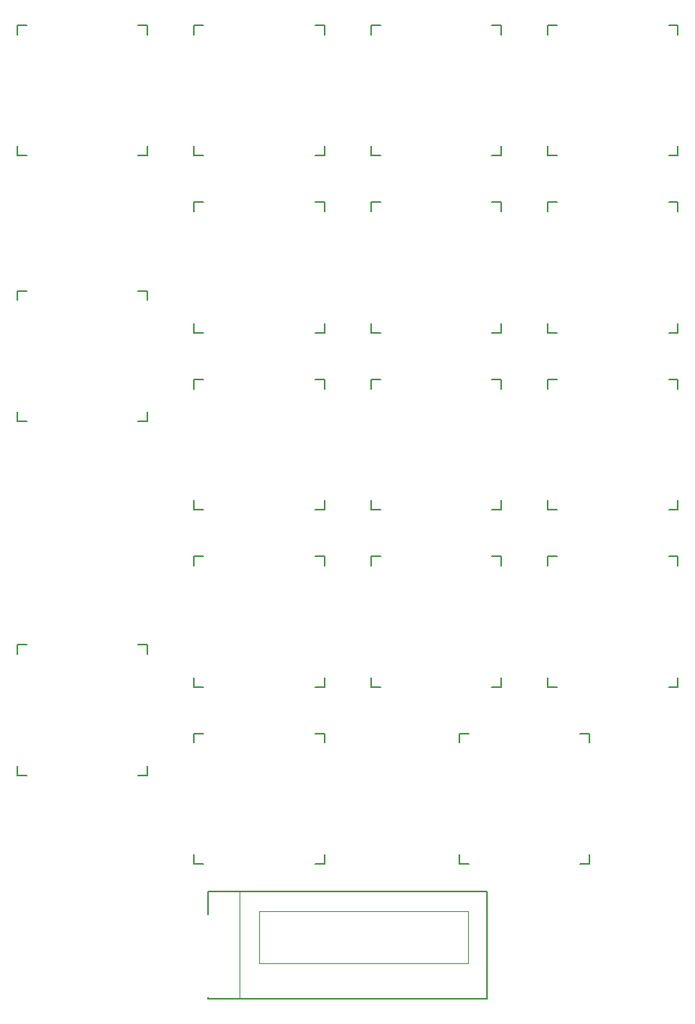
<source format=gbo>
%TF.GenerationSoftware,KiCad,Pcbnew,7.0.7-7.0.7~ubuntu20.04.1*%
%TF.CreationDate,2023-09-01T21:13:09-07:00*%
%TF.ProjectId,v2_controller,76325f63-6f6e-4747-926f-6c6c65722e6b,rev?*%
%TF.SameCoordinates,Original*%
%TF.FileFunction,Legend,Bot*%
%TF.FilePolarity,Positive*%
%FSLAX46Y46*%
G04 Gerber Fmt 4.6, Leading zero omitted, Abs format (unit mm)*
G04 Created by KiCad (PCBNEW 7.0.7-7.0.7~ubuntu20.04.1) date 2023-09-01 21:13:09*
%MOMM*%
%LPD*%
G01*
G04 APERTURE LIST*
G04 Aperture macros list*
%AMRoundRect*
0 Rectangle with rounded corners*
0 $1 Rounding radius*
0 $2 $3 $4 $5 $6 $7 $8 $9 X,Y pos of 4 corners*
0 Add a 4 corners polygon primitive as box body*
4,1,4,$2,$3,$4,$5,$6,$7,$8,$9,$2,$3,0*
0 Add four circle primitives for the rounded corners*
1,1,$1+$1,$2,$3*
1,1,$1+$1,$4,$5*
1,1,$1+$1,$6,$7*
1,1,$1+$1,$8,$9*
0 Add four rect primitives between the rounded corners*
20,1,$1+$1,$2,$3,$4,$5,0*
20,1,$1+$1,$4,$5,$6,$7,0*
20,1,$1+$1,$6,$7,$8,$9,0*
20,1,$1+$1,$8,$9,$2,$3,0*%
G04 Aperture macros list end*
%ADD10C,0.150000*%
%ADD11C,0.100000*%
%ADD12C,3.000000*%
%ADD13C,3.987800*%
%ADD14C,0.700000*%
%ADD15O,1.400000X0.900000*%
%ADD16O,0.900000X1.400000*%
%ADD17RoundRect,0.250000X0.600000X0.600000X-0.600000X0.600000X-0.600000X-0.600000X0.600000X-0.600000X0*%
%ADD18C,1.700000*%
%ADD19RoundRect,0.250000X-0.600000X-0.600000X0.600000X-0.600000X0.600000X0.600000X-0.600000X0.600000X0*%
%ADD20C,0.800000*%
%ADD21C,5.400000*%
%ADD22R,1.700000X1.700000*%
%ADD23O,1.700000X1.700000*%
%ADD24O,4.000000X0.320000*%
G04 APERTURE END LIST*
D10*
%TO.C,SW10*%
X111500000Y-60000000D02*
X111500000Y-61000000D01*
X111500000Y-60000000D02*
X112500000Y-60000000D01*
X111500000Y-73000000D02*
X111500000Y-74000000D01*
X112500000Y-74000000D02*
X111500000Y-74000000D01*
X124500000Y-60000000D02*
X125500000Y-60000000D01*
X125500000Y-61000000D02*
X125500000Y-60000000D01*
X125500000Y-74000000D02*
X124500000Y-74000000D01*
X125500000Y-74000000D02*
X125500000Y-73000000D01*
%TO.C,SW17*%
X54500000Y-41000000D02*
X54500000Y-42000000D01*
X54500000Y-41000000D02*
X55500000Y-41000000D01*
X54500000Y-54000000D02*
X54500000Y-55000000D01*
X55500000Y-55000000D02*
X54500000Y-55000000D01*
X67500000Y-41000000D02*
X68500000Y-41000000D01*
X68500000Y-42000000D02*
X68500000Y-41000000D01*
X68500000Y-55000000D02*
X67500000Y-55000000D01*
X68500000Y-55000000D02*
X68500000Y-54000000D01*
%TO.C,SW14*%
X111500000Y-41000000D02*
X111500000Y-42000000D01*
X111500000Y-41000000D02*
X112500000Y-41000000D01*
X111500000Y-54000000D02*
X111500000Y-55000000D01*
X112500000Y-55000000D02*
X111500000Y-55000000D01*
X124500000Y-41000000D02*
X125500000Y-41000000D01*
X125500000Y-42000000D02*
X125500000Y-41000000D01*
X125500000Y-55000000D02*
X124500000Y-55000000D01*
X125500000Y-55000000D02*
X125500000Y-54000000D01*
%TO.C,SW7*%
X111500000Y-79000000D02*
X111500000Y-80000000D01*
X111500000Y-79000000D02*
X112500000Y-79000000D01*
X111500000Y-92000000D02*
X111500000Y-93000000D01*
X112500000Y-93000000D02*
X111500000Y-93000000D01*
X124500000Y-79000000D02*
X125500000Y-79000000D01*
X125500000Y-80000000D02*
X125500000Y-79000000D01*
X125500000Y-93000000D02*
X124500000Y-93000000D01*
X125500000Y-93000000D02*
X125500000Y-92000000D01*
%TO.C,SW15*%
X92500000Y-41000000D02*
X92500000Y-42000000D01*
X92500000Y-41000000D02*
X93500000Y-41000000D01*
X92500000Y-54000000D02*
X92500000Y-55000000D01*
X93500000Y-55000000D02*
X92500000Y-55000000D01*
X105500000Y-41000000D02*
X106500000Y-41000000D01*
X106500000Y-42000000D02*
X106500000Y-41000000D01*
X106500000Y-55000000D02*
X105500000Y-55000000D01*
X106500000Y-55000000D02*
X106500000Y-54000000D01*
%TO.C,SW13*%
X54500000Y-69500000D02*
X54500000Y-70500000D01*
X54500000Y-69500000D02*
X55500000Y-69500000D01*
X54500000Y-82500000D02*
X54500000Y-83500000D01*
X55500000Y-83500000D02*
X54500000Y-83500000D01*
X67500000Y-69500000D02*
X68500000Y-69500000D01*
X68500000Y-70500000D02*
X68500000Y-69500000D01*
X68500000Y-83500000D02*
X67500000Y-83500000D01*
X68500000Y-83500000D02*
X68500000Y-82500000D01*
%TO.C,SW1*%
X102000000Y-117000000D02*
X102000000Y-118000000D01*
X102000000Y-117000000D02*
X103000000Y-117000000D01*
X102000000Y-130000000D02*
X102000000Y-131000000D01*
X103000000Y-131000000D02*
X102000000Y-131000000D01*
X115000000Y-117000000D02*
X116000000Y-117000000D01*
X116000000Y-118000000D02*
X116000000Y-117000000D01*
X116000000Y-131000000D02*
X115000000Y-131000000D01*
X116000000Y-131000000D02*
X116000000Y-130000000D01*
%TO.C,SW4*%
X92500000Y-98000000D02*
X92500000Y-99000000D01*
X92500000Y-98000000D02*
X93500000Y-98000000D01*
X92500000Y-111000000D02*
X92500000Y-112000000D01*
X93500000Y-112000000D02*
X92500000Y-112000000D01*
X105500000Y-98000000D02*
X106500000Y-98000000D01*
X106500000Y-99000000D02*
X106500000Y-98000000D01*
X106500000Y-112000000D02*
X105500000Y-112000000D01*
X106500000Y-112000000D02*
X106500000Y-111000000D01*
%TO.C,SW16*%
X73500000Y-41000000D02*
X73500000Y-42000000D01*
X73500000Y-41000000D02*
X74500000Y-41000000D01*
X73500000Y-54000000D02*
X73500000Y-55000000D01*
X74500000Y-55000000D02*
X73500000Y-55000000D01*
X86500000Y-41000000D02*
X87500000Y-41000000D01*
X87500000Y-42000000D02*
X87500000Y-41000000D01*
X87500000Y-55000000D02*
X86500000Y-55000000D01*
X87500000Y-55000000D02*
X87500000Y-54000000D01*
%TO.C,SW8*%
X92500000Y-79000000D02*
X92500000Y-80000000D01*
X92500000Y-79000000D02*
X93500000Y-79000000D01*
X92500000Y-92000000D02*
X92500000Y-93000000D01*
X93500000Y-93000000D02*
X92500000Y-93000000D01*
X105500000Y-79000000D02*
X106500000Y-79000000D01*
X106500000Y-80000000D02*
X106500000Y-79000000D01*
X106500000Y-93000000D02*
X105500000Y-93000000D01*
X106500000Y-93000000D02*
X106500000Y-92000000D01*
%TO.C,SW9*%
X73500000Y-79000000D02*
X73500000Y-80000000D01*
X73500000Y-79000000D02*
X74500000Y-79000000D01*
X73500000Y-92000000D02*
X73500000Y-93000000D01*
X74500000Y-93000000D02*
X73500000Y-93000000D01*
X86500000Y-79000000D02*
X87500000Y-79000000D01*
X87500000Y-80000000D02*
X87500000Y-79000000D01*
X87500000Y-93000000D02*
X86500000Y-93000000D01*
X87500000Y-93000000D02*
X87500000Y-92000000D01*
%TO.C,SW11*%
X92500000Y-60000000D02*
X92500000Y-61000000D01*
X92500000Y-60000000D02*
X93500000Y-60000000D01*
X92500000Y-73000000D02*
X92500000Y-74000000D01*
X93500000Y-74000000D02*
X92500000Y-74000000D01*
X105500000Y-60000000D02*
X106500000Y-60000000D01*
X106500000Y-61000000D02*
X106500000Y-60000000D01*
X106500000Y-74000000D02*
X105500000Y-74000000D01*
X106500000Y-74000000D02*
X106500000Y-73000000D01*
%TO.C,SW3*%
X111500000Y-98000000D02*
X111500000Y-99000000D01*
X111500000Y-98000000D02*
X112500000Y-98000000D01*
X111500000Y-111000000D02*
X111500000Y-112000000D01*
X112500000Y-112000000D02*
X111500000Y-112000000D01*
X124500000Y-98000000D02*
X125500000Y-98000000D01*
X125500000Y-99000000D02*
X125500000Y-98000000D01*
X125500000Y-112000000D02*
X124500000Y-112000000D01*
X125500000Y-112000000D02*
X125500000Y-111000000D01*
%TO.C,SW6*%
X54500000Y-107500000D02*
X54500000Y-108500000D01*
X54500000Y-107500000D02*
X55500000Y-107500000D01*
X54500000Y-120500000D02*
X54500000Y-121500000D01*
X55500000Y-121500000D02*
X54500000Y-121500000D01*
X67500000Y-107500000D02*
X68500000Y-107500000D01*
X68500000Y-108500000D02*
X68500000Y-107500000D01*
X68500000Y-121500000D02*
X67500000Y-121500000D01*
X68500000Y-121500000D02*
X68500000Y-120500000D01*
%TO.C,SW5*%
X73500000Y-98000000D02*
X73500000Y-99000000D01*
X73500000Y-98000000D02*
X74500000Y-98000000D01*
X73500000Y-111000000D02*
X73500000Y-112000000D01*
X74500000Y-112000000D02*
X73500000Y-112000000D01*
X86500000Y-98000000D02*
X87500000Y-98000000D01*
X87500000Y-99000000D02*
X87500000Y-98000000D01*
X87500000Y-112000000D02*
X86500000Y-112000000D01*
X87500000Y-112000000D02*
X87500000Y-111000000D01*
%TO.C,SW2*%
X73500000Y-117000000D02*
X73500000Y-118000000D01*
X73500000Y-117000000D02*
X74500000Y-117000000D01*
X73500000Y-130000000D02*
X73500000Y-131000000D01*
X74500000Y-131000000D02*
X73500000Y-131000000D01*
X86500000Y-117000000D02*
X87500000Y-117000000D01*
X87500000Y-118000000D02*
X87500000Y-117000000D01*
X87500000Y-131000000D02*
X86500000Y-131000000D01*
X87500000Y-131000000D02*
X87500000Y-130000000D01*
%TO.C,SW12*%
X73500000Y-60000000D02*
X73500000Y-61000000D01*
X73500000Y-60000000D02*
X74500000Y-60000000D01*
X73500000Y-73000000D02*
X73500000Y-74000000D01*
X74500000Y-74000000D02*
X73500000Y-74000000D01*
X86500000Y-60000000D02*
X87500000Y-60000000D01*
X87500000Y-61000000D02*
X87500000Y-60000000D01*
X87500000Y-74000000D02*
X86500000Y-74000000D01*
X87500000Y-74000000D02*
X87500000Y-73000000D01*
%TO.C,U2*%
X105000000Y-145500000D02*
X105000000Y-134000000D01*
X105000000Y-145500000D02*
X75000000Y-145500000D01*
X105000000Y-134000000D02*
X75000000Y-134000000D01*
D11*
X102900000Y-141680000D02*
X80520000Y-141680000D01*
X102900000Y-136100000D02*
X102900000Y-141680000D01*
X102900000Y-136100000D02*
X80520000Y-136100000D01*
X80520000Y-136100000D02*
X80520000Y-141680000D01*
X78400000Y-134000000D02*
X78400000Y-145500000D01*
D10*
X75000000Y-145300000D02*
X75000000Y-145500000D01*
X75000000Y-134000000D02*
X75000000Y-136400000D01*
%TD*%
%LPC*%
D12*
%TO.C,SW10*%
X115960000Y-61920000D03*
D13*
X118500000Y-67000000D03*
D12*
X122310000Y-64460000D03*
%TD*%
D14*
%TO.C,J1*%
X64400000Y-93750000D03*
X72400000Y-93750000D03*
D15*
X66030000Y-96070000D03*
X70770000Y-96070000D03*
X66030000Y-91430000D03*
X70770000Y-91430000D03*
%TD*%
D12*
%TO.C,SW17*%
X58960000Y-42920000D03*
D13*
X61500000Y-48000000D03*
D12*
X65310000Y-45460000D03*
%TD*%
D14*
%TO.C,J2*%
X132672000Y-118698000D03*
X132672000Y-110698000D03*
D16*
X134992000Y-117068000D03*
X134992000Y-112328000D03*
X130352000Y-117068000D03*
X130352000Y-112328000D03*
%TD*%
D12*
%TO.C,SW14*%
X115960000Y-42920000D03*
D13*
X118500000Y-48000000D03*
D12*
X122310000Y-45460000D03*
%TD*%
%TO.C,SW7*%
X115960000Y-80920000D03*
D13*
X118500000Y-86000000D03*
D12*
X122310000Y-83460000D03*
%TD*%
D17*
%TO.C,J3*%
X134300000Y-80060000D03*
D18*
X131760000Y-80060000D03*
X134300000Y-77520000D03*
X131760000Y-77520000D03*
X134300000Y-74980000D03*
X131760000Y-74980000D03*
X134300000Y-72440000D03*
X131760000Y-72440000D03*
X134300000Y-69900000D03*
X131760000Y-69900000D03*
X134300000Y-67360000D03*
X131760000Y-67360000D03*
X134300000Y-64820000D03*
X131760000Y-64820000D03*
X134300000Y-62280000D03*
X131760000Y-62280000D03*
X134300000Y-59740000D03*
X131760000Y-59740000D03*
X134300000Y-57200000D03*
X131760000Y-57200000D03*
%TD*%
D19*
%TO.C,J4*%
X47429600Y-54718400D03*
D18*
X49969600Y-54718400D03*
X47429600Y-57258400D03*
X49969600Y-57258400D03*
X47429600Y-59798400D03*
X49969600Y-59798400D03*
X47429600Y-62338400D03*
X49969600Y-62338400D03*
X47429600Y-64878400D03*
X49969600Y-64878400D03*
X47429600Y-67418400D03*
X49969600Y-67418400D03*
X47429600Y-69958400D03*
X49969600Y-69958400D03*
X47429600Y-72498400D03*
X49969600Y-72498400D03*
X47429600Y-75038400D03*
X49969600Y-75038400D03*
X47429600Y-77578400D03*
X49969600Y-77578400D03*
%TD*%
D20*
%TO.C,H2*%
X129475000Y-44500000D03*
X130068109Y-43068109D03*
X130068109Y-45931891D03*
X131500000Y-42475000D03*
D21*
X131500000Y-44500000D03*
D20*
X131500000Y-46525000D03*
X132931891Y-43068109D03*
X132931891Y-45931891D03*
X133525000Y-44500000D03*
%TD*%
D12*
%TO.C,SW15*%
X96960000Y-42920000D03*
D13*
X99500000Y-48000000D03*
D12*
X103310000Y-45460000D03*
%TD*%
D20*
%TO.C,H4*%
X113975000Y-138000000D03*
X114568109Y-136568109D03*
X114568109Y-139431891D03*
X116000000Y-135975000D03*
D21*
X116000000Y-138000000D03*
D20*
X116000000Y-140025000D03*
X117431891Y-136568109D03*
X117431891Y-139431891D03*
X118025000Y-138000000D03*
%TD*%
D12*
%TO.C,SW13*%
X58960000Y-71420000D03*
D13*
X61500000Y-76500000D03*
D12*
X65310000Y-73960000D03*
%TD*%
%TO.C,SW1*%
X106460000Y-118920000D03*
D13*
X109000000Y-124000000D03*
D12*
X112810000Y-121460000D03*
%TD*%
%TO.C,SW4*%
X96960000Y-99920000D03*
D13*
X99500000Y-105000000D03*
D12*
X103310000Y-102460000D03*
%TD*%
D22*
%TO.C,J7*%
X134480000Y-49600000D03*
D23*
X131940000Y-49600000D03*
X129400000Y-49600000D03*
%TD*%
D12*
%TO.C,SW16*%
X77960000Y-42920000D03*
D13*
X80500000Y-48000000D03*
D12*
X84310000Y-45460000D03*
%TD*%
%TO.C,SW8*%
X96960000Y-80920000D03*
D13*
X99500000Y-86000000D03*
D12*
X103310000Y-83460000D03*
%TD*%
%TO.C,SW9*%
X77960000Y-80920000D03*
D13*
X80500000Y-86000000D03*
D12*
X84310000Y-83460000D03*
%TD*%
%TO.C,SW11*%
X96960000Y-61920000D03*
D13*
X99500000Y-67000000D03*
D12*
X103310000Y-64460000D03*
%TD*%
D20*
%TO.C,H3*%
X61975000Y-138000000D03*
X62568109Y-136568109D03*
X62568109Y-139431891D03*
X64000000Y-135975000D03*
D21*
X64000000Y-138000000D03*
D20*
X64000000Y-140025000D03*
X65431891Y-136568109D03*
X65431891Y-139431891D03*
X66025000Y-138000000D03*
%TD*%
D22*
%TO.C,J6*%
X110363000Y-136779000D03*
D23*
X107823000Y-136779000D03*
X110363000Y-139319000D03*
X107823000Y-139319000D03*
X110363000Y-141859000D03*
X107823000Y-141859000D03*
%TD*%
D12*
%TO.C,SW3*%
X115960000Y-99920000D03*
D13*
X118500000Y-105000000D03*
D12*
X122310000Y-102460000D03*
%TD*%
D20*
%TO.C,H1*%
X46475000Y-44500000D03*
X47068109Y-43068109D03*
X47068109Y-45931891D03*
X48500000Y-42475000D03*
D21*
X48500000Y-44500000D03*
D20*
X48500000Y-46525000D03*
X49931891Y-43068109D03*
X49931891Y-45931891D03*
X50525000Y-44500000D03*
%TD*%
D12*
%TO.C,SW6*%
X58960000Y-109420000D03*
D13*
X61500000Y-114500000D03*
D12*
X65310000Y-111960000D03*
%TD*%
%TO.C,SW5*%
X77960000Y-99920000D03*
D13*
X80500000Y-105000000D03*
D12*
X84310000Y-102460000D03*
%TD*%
%TO.C,SW2*%
X77960000Y-118920000D03*
D13*
X80500000Y-124000000D03*
D12*
X84310000Y-121460000D03*
%TD*%
D22*
%TO.C,J5*%
X96290000Y-119200000D03*
D23*
X93750000Y-119200000D03*
X96290000Y-121740000D03*
X93750000Y-121740000D03*
X96290000Y-124280000D03*
X93750000Y-124280000D03*
X96290000Y-126820000D03*
X93750000Y-126820000D03*
%TD*%
D12*
%TO.C,SW12*%
X77960000Y-61920000D03*
D13*
X80500000Y-67000000D03*
D12*
X84310000Y-64460000D03*
%TD*%
D24*
%TO.C,U2*%
X76000000Y-144930000D03*
X76000000Y-144310000D03*
X76000000Y-143690000D03*
X76000000Y-143070000D03*
X76000000Y-142450000D03*
X76000000Y-141830000D03*
X76000000Y-141210000D03*
X76000000Y-140590000D03*
X76000000Y-139970000D03*
X76000000Y-139350000D03*
X76000000Y-138730000D03*
X76000000Y-138110000D03*
X76000000Y-137490000D03*
X76000000Y-136870000D03*
%TD*%
%LPD*%
M02*

</source>
